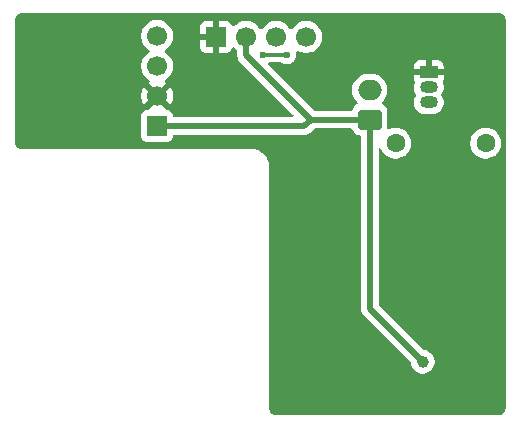
<source format=gtl>
%TF.GenerationSoftware,KiCad,Pcbnew,9.0.2*%
%TF.CreationDate,2025-08-29T11:08:53+00:00*%
%TF.ProjectId,AERIS-Nano Breakout Board,41455249-532d-44e6-916e-6f2042726561,rev?*%
%TF.SameCoordinates,Original*%
%TF.FileFunction,Copper,L1,Top*%
%TF.FilePolarity,Positive*%
%FSLAX46Y46*%
G04 Gerber Fmt 4.6, Leading zero omitted, Abs format (unit mm)*
G04 Created by KiCad (PCBNEW 9.0.2) date 2025-08-29 11:08:53*
%MOMM*%
%LPD*%
G01*
G04 APERTURE LIST*
G04 Aperture macros list*
%AMRoundRect*
0 Rectangle with rounded corners*
0 $1 Rounding radius*
0 $2 $3 $4 $5 $6 $7 $8 $9 X,Y pos of 4 corners*
0 Add a 4 corners polygon primitive as box body*
4,1,4,$2,$3,$4,$5,$6,$7,$8,$9,$2,$3,0*
0 Add four circle primitives for the rounded corners*
1,1,$1+$1,$2,$3*
1,1,$1+$1,$4,$5*
1,1,$1+$1,$6,$7*
1,1,$1+$1,$8,$9*
0 Add four rect primitives between the rounded corners*
20,1,$1+$1,$2,$3,$4,$5,0*
20,1,$1+$1,$4,$5,$6,$7,0*
20,1,$1+$1,$6,$7,$8,$9,0*
20,1,$1+$1,$8,$9,$2,$3,0*%
G04 Aperture macros list end*
%TA.AperFunction,ComponentPad*%
%ADD10R,1.700000X1.700000*%
%TD*%
%TA.AperFunction,ComponentPad*%
%ADD11C,1.700000*%
%TD*%
%TA.AperFunction,ComponentPad*%
%ADD12C,1.600000*%
%TD*%
%TA.AperFunction,ComponentPad*%
%ADD13RoundRect,0.250000X0.750000X-0.600000X0.750000X0.600000X-0.750000X0.600000X-0.750000X-0.600000X0*%
%TD*%
%TA.AperFunction,ComponentPad*%
%ADD14O,2.000000X1.700000*%
%TD*%
%TA.AperFunction,ComponentPad*%
%ADD15R,1.500000X1.050000*%
%TD*%
%TA.AperFunction,ComponentPad*%
%ADD16O,1.500000X1.050000*%
%TD*%
%TA.AperFunction,ViaPad*%
%ADD17C,0.600000*%
%TD*%
%TA.AperFunction,ViaPad*%
%ADD18C,1.000000*%
%TD*%
%TA.AperFunction,Conductor*%
%ADD19C,0.300000*%
%TD*%
%TA.AperFunction,Conductor*%
%ADD20C,0.500000*%
%TD*%
G04 APERTURE END LIST*
D10*
%TO.P,J1,1,Pin_1*%
%TO.N,GND*%
X164500000Y-93000000D03*
D11*
%TO.P,J1,2,Pin_2*%
%TO.N,+5V*%
X167040000Y-93000000D03*
%TO.P,J1,3,Pin_3*%
%TO.N,/SCL*%
X169580000Y-93000000D03*
%TO.P,J1,4,Pin_4*%
%TO.N,/SDA*%
X172120000Y-93000000D03*
%TD*%
D10*
%TO.P,J2,1,Pin_1*%
%TO.N,+5V*%
X159500000Y-100540000D03*
D11*
%TO.P,J2,2,Pin_2*%
%TO.N,GND*%
X159500000Y-98000000D03*
%TO.P,J2,3,Pin_3*%
%TO.N,/SCL*%
X159500000Y-95460000D03*
%TO.P,J2,4,Pin_4*%
%TO.N,/SDA*%
X159500000Y-92920000D03*
%TD*%
D12*
%TO.P,R1,1*%
%TO.N,/PWM*%
X179690000Y-102000000D03*
%TO.P,R1,2*%
%TO.N,Net-(Q1-B)*%
X187310000Y-102000000D03*
%TD*%
D13*
%TO.P,J3,1,Pin_1*%
%TO.N,+5V*%
X177500000Y-100000000D03*
D14*
%TO.P,J3,2,Pin_2*%
%TO.N,Net-(J3-Pin_2)*%
X177500000Y-97500000D03*
%TD*%
D15*
%TO.P,Q1,1,E*%
%TO.N,GND*%
X182500000Y-96000000D03*
D16*
%TO.P,Q1,2,B*%
%TO.N,Net-(Q1-B)*%
X182500000Y-97270000D03*
%TO.P,Q1,3,C*%
%TO.N,Net-(J3-Pin_2)*%
X182500000Y-98540000D03*
%TD*%
D17*
%TO.N,/SDA*%
X168500000Y-94500000D03*
X170500000Y-94500000D03*
D18*
%TO.N,+5V*%
X182000000Y-120500000D03*
%TD*%
D19*
%TO.N,/SDA*%
X168500000Y-94500000D02*
X170500000Y-94500000D01*
D20*
%TO.N,+5V*%
X177500000Y-116000000D02*
X177500000Y-100000000D01*
X167040000Y-94540000D02*
X167040000Y-92500000D01*
X177500000Y-100000000D02*
X173500000Y-100000000D01*
X171960000Y-100540000D02*
X159500000Y-100540000D01*
X172500000Y-100000000D02*
X167040000Y-94540000D01*
X172500000Y-100000000D02*
X171960000Y-100540000D01*
X182000000Y-120500000D02*
X177500000Y-116000000D01*
X173500000Y-100000000D02*
X172500000Y-100000000D01*
%TD*%
%TA.AperFunction,Conductor*%
%TO.N,GND*%
G36*
X188506922Y-91001280D02*
G01*
X188597266Y-91011459D01*
X188624331Y-91017636D01*
X188703540Y-91045352D01*
X188728553Y-91057398D01*
X188799606Y-91102043D01*
X188821313Y-91119355D01*
X188880644Y-91178686D01*
X188897957Y-91200395D01*
X188942600Y-91271444D01*
X188954648Y-91296462D01*
X188982362Y-91375666D01*
X188988540Y-91402735D01*
X188998720Y-91493076D01*
X188999500Y-91506961D01*
X188999500Y-124493038D01*
X188998720Y-124506922D01*
X188998720Y-124506923D01*
X188988540Y-124597264D01*
X188982362Y-124624333D01*
X188954648Y-124703537D01*
X188942600Y-124728555D01*
X188897957Y-124799604D01*
X188880644Y-124821313D01*
X188821313Y-124880644D01*
X188799604Y-124897957D01*
X188728555Y-124942600D01*
X188703537Y-124954648D01*
X188624333Y-124982362D01*
X188597264Y-124988540D01*
X188517075Y-124997576D01*
X188506921Y-124998720D01*
X188493038Y-124999500D01*
X169506962Y-124999500D01*
X169493078Y-124998720D01*
X169480553Y-124997308D01*
X169402735Y-124988540D01*
X169375666Y-124982362D01*
X169296462Y-124954648D01*
X169271444Y-124942600D01*
X169200395Y-124897957D01*
X169178686Y-124880644D01*
X169119355Y-124821313D01*
X169102042Y-124799604D01*
X169057399Y-124728555D01*
X169045351Y-124703537D01*
X169017637Y-124624333D01*
X169011459Y-124597263D01*
X169001280Y-124506922D01*
X169000500Y-124493038D01*
X169000500Y-103892683D01*
X169000500Y-103892682D01*
X168969954Y-103680231D01*
X168909484Y-103474290D01*
X168909483Y-103474288D01*
X168909482Y-103474284D01*
X168820327Y-103279061D01*
X168820320Y-103279048D01*
X168772270Y-103204281D01*
X168704281Y-103098487D01*
X168671172Y-103060277D01*
X168563724Y-102936275D01*
X168401514Y-102795720D01*
X168401513Y-102795719D01*
X168336991Y-102754253D01*
X168220951Y-102679679D01*
X168220938Y-102679672D01*
X168025715Y-102590517D01*
X167819774Y-102530047D01*
X167819764Y-102530044D01*
X167628754Y-102502582D01*
X167607318Y-102499500D01*
X167607317Y-102499500D01*
X148006962Y-102499500D01*
X147993078Y-102498720D01*
X147980553Y-102497308D01*
X147902735Y-102488540D01*
X147875666Y-102482362D01*
X147796462Y-102454648D01*
X147771444Y-102442600D01*
X147700395Y-102397957D01*
X147678686Y-102380644D01*
X147619355Y-102321313D01*
X147602042Y-102299604D01*
X147557399Y-102228555D01*
X147545351Y-102203537D01*
X147517637Y-102124333D01*
X147511459Y-102097263D01*
X147501280Y-102006922D01*
X147500500Y-101993038D01*
X147500500Y-92813713D01*
X158149500Y-92813713D01*
X158149500Y-93026286D01*
X158182753Y-93236239D01*
X158182753Y-93236241D01*
X158182754Y-93236243D01*
X158235994Y-93400099D01*
X158248444Y-93438414D01*
X158344951Y-93627820D01*
X158469890Y-93799786D01*
X158620212Y-93950108D01*
X158792182Y-94075050D01*
X158800946Y-94079516D01*
X158851742Y-94127491D01*
X158868536Y-94195312D01*
X158845998Y-94261447D01*
X158800946Y-94300484D01*
X158792182Y-94304949D01*
X158620213Y-94429890D01*
X158469890Y-94580213D01*
X158344951Y-94752179D01*
X158248444Y-94941585D01*
X158182753Y-95143760D01*
X158149500Y-95353713D01*
X158149500Y-95566286D01*
X158182753Y-95776239D01*
X158248444Y-95978414D01*
X158344951Y-96167820D01*
X158469890Y-96339786D01*
X158620213Y-96490109D01*
X158792179Y-96615048D01*
X158792181Y-96615049D01*
X158792184Y-96615051D01*
X158801493Y-96619794D01*
X158852290Y-96667766D01*
X158869087Y-96735587D01*
X158846552Y-96801722D01*
X158801505Y-96840760D01*
X158792446Y-96845376D01*
X158792440Y-96845380D01*
X158738282Y-96884727D01*
X158738282Y-96884728D01*
X159370591Y-97517037D01*
X159307007Y-97534075D01*
X159192993Y-97599901D01*
X159099901Y-97692993D01*
X159034075Y-97807007D01*
X159017037Y-97870591D01*
X158384728Y-97238282D01*
X158384727Y-97238282D01*
X158345380Y-97292439D01*
X158248904Y-97481782D01*
X158183242Y-97683869D01*
X158183242Y-97683872D01*
X158150000Y-97893753D01*
X158150000Y-98106246D01*
X158183242Y-98316127D01*
X158183242Y-98316130D01*
X158248904Y-98518217D01*
X158345375Y-98707550D01*
X158384728Y-98761716D01*
X159017037Y-98129408D01*
X159034075Y-98192993D01*
X159099901Y-98307007D01*
X159192993Y-98400099D01*
X159307007Y-98465925D01*
X159370590Y-98482962D01*
X158700370Y-99153181D01*
X158639047Y-99186666D01*
X158612698Y-99189500D01*
X158602134Y-99189500D01*
X158602123Y-99189501D01*
X158542516Y-99195908D01*
X158407671Y-99246202D01*
X158407664Y-99246206D01*
X158292455Y-99332452D01*
X158292452Y-99332455D01*
X158206206Y-99447664D01*
X158206202Y-99447671D01*
X158155908Y-99582517D01*
X158149821Y-99639142D01*
X158149501Y-99642123D01*
X158149500Y-99642135D01*
X158149500Y-101437870D01*
X158149501Y-101437876D01*
X158155908Y-101497483D01*
X158206202Y-101632328D01*
X158206206Y-101632335D01*
X158292452Y-101747544D01*
X158292455Y-101747547D01*
X158407664Y-101833793D01*
X158407671Y-101833797D01*
X158542517Y-101884091D01*
X158542516Y-101884091D01*
X158549444Y-101884835D01*
X158602127Y-101890500D01*
X160397872Y-101890499D01*
X160457483Y-101884091D01*
X160592331Y-101833796D01*
X160707546Y-101747546D01*
X160793796Y-101632331D01*
X160844091Y-101497483D01*
X160850500Y-101437873D01*
X160850500Y-101414500D01*
X160870185Y-101347461D01*
X160922989Y-101301706D01*
X160974500Y-101290500D01*
X172033920Y-101290500D01*
X172131462Y-101271096D01*
X172178913Y-101261658D01*
X172315495Y-101205084D01*
X172364729Y-101172186D01*
X172438416Y-101122952D01*
X172774548Y-100786818D01*
X172835871Y-100753334D01*
X172862229Y-100750500D01*
X173426082Y-100750500D01*
X175919699Y-100750500D01*
X175986738Y-100770185D01*
X176032493Y-100822989D01*
X176037403Y-100835492D01*
X176065186Y-100919334D01*
X176157288Y-101068656D01*
X176281344Y-101192712D01*
X176430666Y-101284814D01*
X176597203Y-101339999D01*
X176638103Y-101344177D01*
X176702793Y-101370573D01*
X176742945Y-101427753D01*
X176749500Y-101467535D01*
X176749500Y-116073918D01*
X176749500Y-116073920D01*
X176749499Y-116073920D01*
X176778340Y-116218907D01*
X176778343Y-116218917D01*
X176834914Y-116355492D01*
X176867812Y-116404727D01*
X176867813Y-116404730D01*
X176917046Y-116478414D01*
X176917052Y-116478421D01*
X180964010Y-120525378D01*
X180997495Y-120586701D01*
X180998832Y-120595188D01*
X181037947Y-120791829D01*
X181037950Y-120791839D01*
X181113364Y-120973907D01*
X181113371Y-120973920D01*
X181222860Y-121137781D01*
X181222863Y-121137785D01*
X181362214Y-121277136D01*
X181362218Y-121277139D01*
X181526079Y-121386628D01*
X181526092Y-121386635D01*
X181708160Y-121462049D01*
X181708165Y-121462051D01*
X181708169Y-121462051D01*
X181708170Y-121462052D01*
X181901456Y-121500500D01*
X181901459Y-121500500D01*
X182098543Y-121500500D01*
X182228582Y-121474632D01*
X182291835Y-121462051D01*
X182473914Y-121386632D01*
X182637782Y-121277139D01*
X182777139Y-121137782D01*
X182886632Y-120973914D01*
X182962051Y-120791835D01*
X183000500Y-120598541D01*
X183000500Y-120401459D01*
X183000500Y-120401456D01*
X182962052Y-120208170D01*
X182962051Y-120208169D01*
X182962051Y-120208165D01*
X182962049Y-120208160D01*
X182886635Y-120026092D01*
X182886628Y-120026079D01*
X182777139Y-119862218D01*
X182777136Y-119862214D01*
X182637785Y-119722863D01*
X182637781Y-119722860D01*
X182473920Y-119613371D01*
X182473907Y-119613364D01*
X182291839Y-119537950D01*
X182291829Y-119537947D01*
X182092566Y-119498311D01*
X182092923Y-119496514D01*
X182036100Y-119473557D01*
X182025378Y-119464010D01*
X178286819Y-115725451D01*
X178253334Y-115664128D01*
X178250500Y-115637770D01*
X178250500Y-102555916D01*
X178270185Y-102488877D01*
X178322989Y-102443122D01*
X178392147Y-102433178D01*
X178455703Y-102462203D01*
X178484985Y-102499621D01*
X178577715Y-102681614D01*
X178698028Y-102847213D01*
X178842786Y-102991971D01*
X178941548Y-103063724D01*
X179008390Y-103112287D01*
X179124607Y-103171503D01*
X179190776Y-103205218D01*
X179190778Y-103205218D01*
X179190781Y-103205220D01*
X179295137Y-103239127D01*
X179385465Y-103268477D01*
X179486557Y-103284488D01*
X179587648Y-103300500D01*
X179587649Y-103300500D01*
X179792351Y-103300500D01*
X179792352Y-103300500D01*
X179994534Y-103268477D01*
X180189219Y-103205220D01*
X180371610Y-103112287D01*
X180464590Y-103044732D01*
X180537213Y-102991971D01*
X180537215Y-102991968D01*
X180537219Y-102991966D01*
X180681966Y-102847219D01*
X180681968Y-102847215D01*
X180681971Y-102847213D01*
X180773705Y-102720950D01*
X180802287Y-102681610D01*
X180895220Y-102499219D01*
X180958477Y-102304534D01*
X180990500Y-102102352D01*
X180990500Y-101897648D01*
X186009500Y-101897648D01*
X186009500Y-102102351D01*
X186041522Y-102304534D01*
X186104781Y-102499223D01*
X186168691Y-102624653D01*
X186196729Y-102679679D01*
X186197715Y-102681613D01*
X186318028Y-102847213D01*
X186462786Y-102991971D01*
X186561548Y-103063724D01*
X186628390Y-103112287D01*
X186744607Y-103171503D01*
X186810776Y-103205218D01*
X186810778Y-103205218D01*
X186810781Y-103205220D01*
X186915137Y-103239127D01*
X187005465Y-103268477D01*
X187106557Y-103284488D01*
X187207648Y-103300500D01*
X187207649Y-103300500D01*
X187412351Y-103300500D01*
X187412352Y-103300500D01*
X187614534Y-103268477D01*
X187809219Y-103205220D01*
X187991610Y-103112287D01*
X188084590Y-103044732D01*
X188157213Y-102991971D01*
X188157215Y-102991968D01*
X188157219Y-102991966D01*
X188301966Y-102847219D01*
X188301968Y-102847215D01*
X188301971Y-102847213D01*
X188393705Y-102720950D01*
X188422287Y-102681610D01*
X188515220Y-102499219D01*
X188578477Y-102304534D01*
X188610500Y-102102352D01*
X188610500Y-101897648D01*
X188586726Y-101747546D01*
X188578477Y-101695465D01*
X188515218Y-101500776D01*
X188478010Y-101427753D01*
X188422287Y-101318390D01*
X188414556Y-101307749D01*
X188301971Y-101152786D01*
X188157213Y-101008028D01*
X187991613Y-100887715D01*
X187991612Y-100887714D01*
X187991610Y-100887713D01*
X187889129Y-100835496D01*
X187809223Y-100794781D01*
X187614534Y-100731522D01*
X187439995Y-100703878D01*
X187412352Y-100699500D01*
X187207648Y-100699500D01*
X187183329Y-100703351D01*
X187005465Y-100731522D01*
X186810776Y-100794781D01*
X186628386Y-100887715D01*
X186462786Y-101008028D01*
X186318028Y-101152786D01*
X186197715Y-101318386D01*
X186104781Y-101500776D01*
X186041522Y-101695465D01*
X186009500Y-101897648D01*
X180990500Y-101897648D01*
X180966726Y-101747546D01*
X180958477Y-101695465D01*
X180895218Y-101500776D01*
X180858010Y-101427753D01*
X180802287Y-101318390D01*
X180794556Y-101307749D01*
X180681971Y-101152786D01*
X180537213Y-101008028D01*
X180371613Y-100887715D01*
X180371612Y-100887714D01*
X180371610Y-100887713D01*
X180269129Y-100835496D01*
X180189223Y-100794781D01*
X179994534Y-100731522D01*
X179819995Y-100703878D01*
X179792352Y-100699500D01*
X179587648Y-100699500D01*
X179563329Y-100703351D01*
X179385465Y-100731522D01*
X179233759Y-100780815D01*
X179190781Y-100794780D01*
X179190778Y-100794781D01*
X179190776Y-100794782D01*
X179177230Y-100801684D01*
X179108560Y-100814579D01*
X179043820Y-100788301D01*
X179003564Y-100731194D01*
X178997579Y-100678596D01*
X179000500Y-100650009D01*
X179000499Y-99349992D01*
X178998707Y-99332454D01*
X178989999Y-99247203D01*
X178989998Y-99247200D01*
X178958843Y-99153181D01*
X178934814Y-99080666D01*
X178842712Y-98931344D01*
X178718656Y-98807288D01*
X178569334Y-98715186D01*
X178569333Y-98715185D01*
X178563878Y-98711821D01*
X178517154Y-98659873D01*
X178505931Y-98590910D01*
X178533775Y-98526828D01*
X178541272Y-98518623D01*
X178680104Y-98379792D01*
X178805051Y-98207816D01*
X178901557Y-98018412D01*
X178967246Y-97816243D01*
X179000500Y-97606287D01*
X179000500Y-97393713D01*
X178967246Y-97183757D01*
X178962449Y-97168992D01*
X181249500Y-97168992D01*
X181249500Y-97371007D01*
X181288907Y-97569119D01*
X181288909Y-97569127D01*
X181366213Y-97755755D01*
X181419904Y-97836109D01*
X181440782Y-97902787D01*
X181422297Y-97970167D01*
X181419904Y-97973891D01*
X181366213Y-98054244D01*
X181288909Y-98240872D01*
X181288907Y-98240880D01*
X181249500Y-98438992D01*
X181249500Y-98641007D01*
X181288907Y-98839119D01*
X181288909Y-98839127D01*
X181366212Y-99025752D01*
X181366217Y-99025762D01*
X181478441Y-99193718D01*
X181621281Y-99336558D01*
X181789237Y-99448782D01*
X181789241Y-99448784D01*
X181789244Y-99448786D01*
X181975873Y-99526091D01*
X182173992Y-99565499D01*
X182173996Y-99565500D01*
X182173997Y-99565500D01*
X182826004Y-99565500D01*
X182826005Y-99565499D01*
X183024127Y-99526091D01*
X183210756Y-99448786D01*
X183378718Y-99336558D01*
X183521558Y-99193718D01*
X183633786Y-99025756D01*
X183711091Y-98839127D01*
X183750500Y-98641003D01*
X183750500Y-98438997D01*
X183711091Y-98240873D01*
X183651298Y-98096523D01*
X183633787Y-98054246D01*
X183609845Y-98018414D01*
X183580094Y-97973889D01*
X183559217Y-97907214D01*
X183577701Y-97839834D01*
X183580078Y-97836134D01*
X183633786Y-97755756D01*
X183711091Y-97569127D01*
X183750500Y-97371003D01*
X183750500Y-97168997D01*
X183711091Y-96970873D01*
X183677451Y-96889661D01*
X183669983Y-96820194D01*
X183689592Y-96775144D01*
X183689101Y-96774876D01*
X183692102Y-96769379D01*
X183692748Y-96767896D01*
X183693352Y-96767089D01*
X183743597Y-96632376D01*
X183743598Y-96632372D01*
X183749999Y-96572844D01*
X183750000Y-96572827D01*
X183750000Y-96250000D01*
X182865866Y-96250000D01*
X182841674Y-96247617D01*
X182826004Y-96244500D01*
X182826003Y-96244500D01*
X182785830Y-96244500D01*
X182800075Y-96230255D01*
X182849444Y-96144745D01*
X182875000Y-96049370D01*
X182875000Y-95950630D01*
X182849444Y-95855255D01*
X182800075Y-95769745D01*
X182780330Y-95750000D01*
X183750000Y-95750000D01*
X183750000Y-95427172D01*
X183749999Y-95427155D01*
X183743598Y-95367627D01*
X183743596Y-95367620D01*
X183693354Y-95232913D01*
X183693350Y-95232906D01*
X183607190Y-95117812D01*
X183607187Y-95117809D01*
X183492093Y-95031649D01*
X183492086Y-95031645D01*
X183357379Y-94981403D01*
X183357372Y-94981401D01*
X183297844Y-94975000D01*
X182750000Y-94975000D01*
X182750000Y-95719670D01*
X182730255Y-95699925D01*
X182644745Y-95650556D01*
X182549370Y-95625000D01*
X182450630Y-95625000D01*
X182355255Y-95650556D01*
X182269745Y-95699925D01*
X182250000Y-95719670D01*
X182250000Y-94975000D01*
X181702155Y-94975000D01*
X181642627Y-94981401D01*
X181642620Y-94981403D01*
X181507913Y-95031645D01*
X181507906Y-95031649D01*
X181392812Y-95117809D01*
X181392809Y-95117812D01*
X181306649Y-95232906D01*
X181306645Y-95232913D01*
X181256403Y-95367620D01*
X181256401Y-95367627D01*
X181250000Y-95427155D01*
X181250000Y-95750000D01*
X182219670Y-95750000D01*
X182199925Y-95769745D01*
X182150556Y-95855255D01*
X182125000Y-95950630D01*
X182125000Y-96049370D01*
X182150556Y-96144745D01*
X182199925Y-96230255D01*
X182214170Y-96244500D01*
X182173997Y-96244500D01*
X182173996Y-96244500D01*
X182158326Y-96247617D01*
X182134134Y-96250000D01*
X181250000Y-96250000D01*
X181250000Y-96572844D01*
X181256401Y-96632372D01*
X181256403Y-96632379D01*
X181306645Y-96767086D01*
X181307251Y-96767895D01*
X181307604Y-96768841D01*
X181310897Y-96774872D01*
X181310030Y-96775345D01*
X181331670Y-96833359D01*
X181322547Y-96889661D01*
X181288910Y-96970868D01*
X181288907Y-96970880D01*
X181249500Y-97168992D01*
X178962449Y-97168992D01*
X178901557Y-96981588D01*
X178805051Y-96792184D01*
X178805049Y-96792181D01*
X178805048Y-96792179D01*
X178680109Y-96620213D01*
X178529786Y-96469890D01*
X178357820Y-96344951D01*
X178168414Y-96248444D01*
X178168413Y-96248443D01*
X178168412Y-96248443D01*
X177966243Y-96182754D01*
X177966241Y-96182753D01*
X177966240Y-96182753D01*
X177804957Y-96157208D01*
X177756287Y-96149500D01*
X177243713Y-96149500D01*
X177195042Y-96157208D01*
X177033760Y-96182753D01*
X176831585Y-96248444D01*
X176642179Y-96344951D01*
X176470213Y-96469890D01*
X176319890Y-96620213D01*
X176194951Y-96792179D01*
X176098444Y-96981585D01*
X176032753Y-97183760D01*
X175999500Y-97393713D01*
X175999500Y-97606286D01*
X176023173Y-97755755D01*
X176032754Y-97816243D01*
X176092460Y-97999999D01*
X176098444Y-98018414D01*
X176194951Y-98207820D01*
X176319890Y-98379786D01*
X176458705Y-98518601D01*
X176492190Y-98579924D01*
X176487206Y-98649616D01*
X176445334Y-98705549D01*
X176436121Y-98711821D01*
X176281342Y-98807289D01*
X176157289Y-98931342D01*
X176065187Y-99080663D01*
X176065185Y-99080668D01*
X176037405Y-99164504D01*
X175997632Y-99221949D01*
X175933116Y-99248772D01*
X175919699Y-99249500D01*
X172862230Y-99249500D01*
X172795191Y-99229815D01*
X172774549Y-99213181D01*
X168923549Y-95362181D01*
X168890064Y-95300858D01*
X168895048Y-95231166D01*
X168936920Y-95175233D01*
X169002384Y-95150816D01*
X169011230Y-95150500D01*
X169995065Y-95150500D01*
X170062104Y-95170185D01*
X170063909Y-95171366D01*
X170120821Y-95209394D01*
X170120823Y-95209395D01*
X170120827Y-95209397D01*
X170266498Y-95269735D01*
X170266503Y-95269737D01*
X170421153Y-95300499D01*
X170421156Y-95300500D01*
X170421158Y-95300500D01*
X170578845Y-95300500D01*
X170656520Y-95285048D01*
X170733497Y-95269737D01*
X170879179Y-95209394D01*
X171010289Y-95121789D01*
X171121789Y-95010289D01*
X171209394Y-94879179D01*
X171269737Y-94733497D01*
X171300500Y-94578842D01*
X171300500Y-94421158D01*
X171300500Y-94421155D01*
X171300499Y-94421153D01*
X171278878Y-94312454D01*
X171285105Y-94242863D01*
X171327968Y-94187685D01*
X171393858Y-94164441D01*
X171456787Y-94177777D01*
X171601588Y-94251557D01*
X171803757Y-94317246D01*
X172013713Y-94350500D01*
X172013714Y-94350500D01*
X172226286Y-94350500D01*
X172226287Y-94350500D01*
X172436243Y-94317246D01*
X172638412Y-94251557D01*
X172827816Y-94155051D01*
X172874930Y-94120821D01*
X172999786Y-94030109D01*
X172999788Y-94030106D01*
X172999792Y-94030104D01*
X173150104Y-93879792D01*
X173150106Y-93879788D01*
X173150109Y-93879786D01*
X173275048Y-93707820D01*
X173275047Y-93707820D01*
X173275051Y-93707816D01*
X173371557Y-93518412D01*
X173437246Y-93316243D01*
X173470500Y-93106287D01*
X173470500Y-92893713D01*
X173437246Y-92683757D01*
X173371557Y-92481588D01*
X173275051Y-92292184D01*
X173275049Y-92292181D01*
X173275048Y-92292179D01*
X173150109Y-92120213D01*
X172999786Y-91969890D01*
X172827820Y-91844951D01*
X172638414Y-91748444D01*
X172638413Y-91748443D01*
X172638412Y-91748443D01*
X172436243Y-91682754D01*
X172436241Y-91682753D01*
X172436240Y-91682753D01*
X172274957Y-91657208D01*
X172226287Y-91649500D01*
X172013713Y-91649500D01*
X171965042Y-91657208D01*
X171803760Y-91682753D01*
X171601585Y-91748444D01*
X171412179Y-91844951D01*
X171240213Y-91969890D01*
X171089890Y-92120213D01*
X170964949Y-92292182D01*
X170960484Y-92300946D01*
X170912509Y-92351742D01*
X170844688Y-92368536D01*
X170778553Y-92345998D01*
X170739516Y-92300946D01*
X170735050Y-92292182D01*
X170610109Y-92120213D01*
X170459786Y-91969890D01*
X170287820Y-91844951D01*
X170098414Y-91748444D01*
X170098413Y-91748443D01*
X170098412Y-91748443D01*
X169896243Y-91682754D01*
X169896241Y-91682753D01*
X169896240Y-91682753D01*
X169734957Y-91657208D01*
X169686287Y-91649500D01*
X169473713Y-91649500D01*
X169425042Y-91657208D01*
X169263760Y-91682753D01*
X169061585Y-91748444D01*
X168872179Y-91844951D01*
X168700213Y-91969890D01*
X168549890Y-92120213D01*
X168424949Y-92292182D01*
X168420484Y-92300946D01*
X168372509Y-92351742D01*
X168304688Y-92368536D01*
X168238553Y-92345998D01*
X168199516Y-92300946D01*
X168195050Y-92292182D01*
X168070109Y-92120213D01*
X167919786Y-91969890D01*
X167747820Y-91844951D01*
X167558414Y-91748444D01*
X167558413Y-91748443D01*
X167558412Y-91748443D01*
X167356243Y-91682754D01*
X167356241Y-91682753D01*
X167356240Y-91682753D01*
X167194957Y-91657208D01*
X167146287Y-91649500D01*
X166933713Y-91649500D01*
X166885042Y-91657208D01*
X166723760Y-91682753D01*
X166521585Y-91748444D01*
X166332179Y-91844951D01*
X166160215Y-91969889D01*
X166046285Y-92083819D01*
X165984962Y-92117303D01*
X165915270Y-92112319D01*
X165859337Y-92070447D01*
X165842422Y-92039470D01*
X165793354Y-91907913D01*
X165793350Y-91907906D01*
X165707190Y-91792812D01*
X165707187Y-91792809D01*
X165592093Y-91706649D01*
X165592086Y-91706645D01*
X165457379Y-91656403D01*
X165457372Y-91656401D01*
X165397844Y-91650000D01*
X164750000Y-91650000D01*
X164750000Y-92566988D01*
X164692993Y-92534075D01*
X164565826Y-92500000D01*
X164434174Y-92500000D01*
X164307007Y-92534075D01*
X164250000Y-92566988D01*
X164250000Y-91650000D01*
X163602155Y-91650000D01*
X163542627Y-91656401D01*
X163542620Y-91656403D01*
X163407913Y-91706645D01*
X163407906Y-91706649D01*
X163292812Y-91792809D01*
X163292809Y-91792812D01*
X163206649Y-91907906D01*
X163206645Y-91907913D01*
X163156403Y-92042620D01*
X163156401Y-92042627D01*
X163150000Y-92102155D01*
X163150000Y-92750000D01*
X164066988Y-92750000D01*
X164034075Y-92807007D01*
X164000000Y-92934174D01*
X164000000Y-93065826D01*
X164034075Y-93192993D01*
X164066988Y-93250000D01*
X163150000Y-93250000D01*
X163150000Y-93897844D01*
X163156401Y-93957372D01*
X163156403Y-93957379D01*
X163206645Y-94092086D01*
X163206649Y-94092093D01*
X163292809Y-94207187D01*
X163292812Y-94207190D01*
X163407906Y-94293350D01*
X163407913Y-94293354D01*
X163542620Y-94343596D01*
X163542627Y-94343598D01*
X163602155Y-94349999D01*
X163602172Y-94350000D01*
X164250000Y-94350000D01*
X164250000Y-93433012D01*
X164307007Y-93465925D01*
X164434174Y-93500000D01*
X164565826Y-93500000D01*
X164692993Y-93465925D01*
X164750000Y-93433012D01*
X164750000Y-94350000D01*
X165397828Y-94350000D01*
X165397844Y-94349999D01*
X165457372Y-94343598D01*
X165457379Y-94343596D01*
X165592086Y-94293354D01*
X165592093Y-94293350D01*
X165707187Y-94207190D01*
X165707190Y-94207187D01*
X165793350Y-94092093D01*
X165793354Y-94092086D01*
X165842422Y-93960529D01*
X165884293Y-93904595D01*
X165949757Y-93880178D01*
X166018030Y-93895030D01*
X166046285Y-93916181D01*
X166160208Y-94030104D01*
X166238384Y-94086902D01*
X166281051Y-94142231D01*
X166289500Y-94187220D01*
X166289500Y-94613918D01*
X166289500Y-94613920D01*
X166289499Y-94613920D01*
X166318340Y-94758907D01*
X166318343Y-94758917D01*
X166374913Y-94895490D01*
X166374916Y-94895495D01*
X166387725Y-94914664D01*
X166387726Y-94914669D01*
X166387728Y-94914669D01*
X166457051Y-95018420D01*
X166457052Y-95018421D01*
X171016451Y-99577819D01*
X171049936Y-99639142D01*
X171044952Y-99708834D01*
X171003080Y-99764767D01*
X170937616Y-99789184D01*
X170928770Y-99789500D01*
X160974499Y-99789500D01*
X160907460Y-99769815D01*
X160861705Y-99717011D01*
X160850499Y-99665500D01*
X160850499Y-99642129D01*
X160850498Y-99642123D01*
X160850497Y-99642116D01*
X160844091Y-99582517D01*
X160823045Y-99526091D01*
X160793797Y-99447671D01*
X160793793Y-99447664D01*
X160707547Y-99332455D01*
X160707544Y-99332452D01*
X160592335Y-99246206D01*
X160592328Y-99246202D01*
X160457482Y-99195908D01*
X160457483Y-99195908D01*
X160397883Y-99189501D01*
X160397881Y-99189500D01*
X160397873Y-99189500D01*
X160397865Y-99189500D01*
X160387309Y-99189500D01*
X160320270Y-99169815D01*
X160299628Y-99153181D01*
X159629408Y-98482962D01*
X159692993Y-98465925D01*
X159807007Y-98400099D01*
X159900099Y-98307007D01*
X159965925Y-98192993D01*
X159982962Y-98129408D01*
X160615270Y-98761717D01*
X160615270Y-98761716D01*
X160654622Y-98707554D01*
X160751095Y-98518217D01*
X160816757Y-98316130D01*
X160816757Y-98316127D01*
X160850000Y-98106246D01*
X160850000Y-97893753D01*
X160816757Y-97683872D01*
X160816757Y-97683869D01*
X160751095Y-97481782D01*
X160654624Y-97292449D01*
X160615270Y-97238282D01*
X160615269Y-97238282D01*
X159982962Y-97870590D01*
X159965925Y-97807007D01*
X159900099Y-97692993D01*
X159807007Y-97599901D01*
X159692993Y-97534075D01*
X159629409Y-97517037D01*
X160261716Y-96884728D01*
X160207547Y-96845373D01*
X160207547Y-96845372D01*
X160198500Y-96840763D01*
X160147706Y-96792788D01*
X160130912Y-96724966D01*
X160153451Y-96658832D01*
X160198508Y-96619793D01*
X160207816Y-96615051D01*
X160287007Y-96557515D01*
X160379786Y-96490109D01*
X160379788Y-96490106D01*
X160379792Y-96490104D01*
X160530104Y-96339792D01*
X160530106Y-96339788D01*
X160530109Y-96339786D01*
X160655048Y-96167820D01*
X160655047Y-96167820D01*
X160655051Y-96167816D01*
X160751557Y-95978412D01*
X160817246Y-95776243D01*
X160850500Y-95566287D01*
X160850500Y-95353713D01*
X160817246Y-95143757D01*
X160751557Y-94941588D01*
X160655051Y-94752184D01*
X160655049Y-94752181D01*
X160655048Y-94752179D01*
X160530109Y-94580213D01*
X160379786Y-94429890D01*
X160207820Y-94304951D01*
X160207115Y-94304591D01*
X160199054Y-94300485D01*
X160148259Y-94252512D01*
X160131463Y-94184692D01*
X160153999Y-94118556D01*
X160199054Y-94079515D01*
X160207816Y-94075051D01*
X160269681Y-94030104D01*
X160379788Y-93950108D01*
X160379789Y-93950105D01*
X160379792Y-93950104D01*
X160530104Y-93799792D01*
X160530106Y-93799788D01*
X160530109Y-93799786D01*
X160655048Y-93627820D01*
X160655047Y-93627820D01*
X160655051Y-93627816D01*
X160751557Y-93438412D01*
X160817246Y-93236243D01*
X160850500Y-93026287D01*
X160850500Y-92813713D01*
X160817246Y-92603757D01*
X160751557Y-92401588D01*
X160655051Y-92212184D01*
X160625663Y-92171735D01*
X160625663Y-92171733D01*
X160530109Y-92040214D01*
X160530105Y-92040209D01*
X160379786Y-91889890D01*
X160207820Y-91764951D01*
X160018414Y-91668444D01*
X160018413Y-91668443D01*
X160018412Y-91668443D01*
X159816243Y-91602754D01*
X159816241Y-91602753D01*
X159816240Y-91602753D01*
X159654957Y-91577208D01*
X159606287Y-91569500D01*
X159393713Y-91569500D01*
X159345042Y-91577208D01*
X159183760Y-91602753D01*
X158981585Y-91668444D01*
X158792179Y-91764951D01*
X158620213Y-91889890D01*
X158469890Y-92040213D01*
X158344951Y-92212179D01*
X158248444Y-92401585D01*
X158182753Y-92603760D01*
X158149500Y-92813713D01*
X147500500Y-92813713D01*
X147500500Y-91506961D01*
X147501280Y-91493077D01*
X147501280Y-91493076D01*
X147511460Y-91402729D01*
X147517635Y-91375670D01*
X147545353Y-91296456D01*
X147557396Y-91271450D01*
X147602046Y-91200389D01*
X147619351Y-91178690D01*
X147678690Y-91119351D01*
X147700389Y-91102046D01*
X147771450Y-91057396D01*
X147796456Y-91045353D01*
X147875670Y-91017635D01*
X147902733Y-91011459D01*
X147965419Y-91004396D01*
X147993079Y-91001280D01*
X148006962Y-91000500D01*
X148065892Y-91000500D01*
X188434108Y-91000500D01*
X188493038Y-91000500D01*
X188506922Y-91001280D01*
G37*
%TD.AperFunction*%
%TD*%
M02*

</source>
